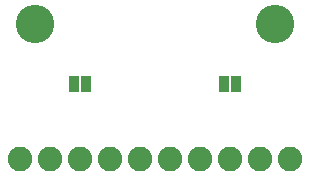
<source format=gbr>
G04 EAGLE Gerber RS-274X export*
G75*
%MOMM*%
%FSLAX34Y34*%
%LPD*%
%INSoldermask Bottom*%
%IPPOS*%
%AMOC8*
5,1,8,0,0,1.08239X$1,22.5*%
G01*
%ADD10C,3.251200*%
%ADD11R,0.838200X1.473200*%
%ADD12C,2.082800*%


D10*
X228600Y127000D03*
X25400Y127000D03*
D11*
X195580Y76200D03*
X185420Y76200D03*
X58420Y76200D03*
X68580Y76200D03*
D12*
X12700Y12700D03*
X38100Y12700D03*
X63500Y12700D03*
X88900Y12700D03*
X114300Y12700D03*
X139700Y12700D03*
X165100Y12700D03*
X190500Y12700D03*
X215900Y12700D03*
X241300Y12700D03*
M02*

</source>
